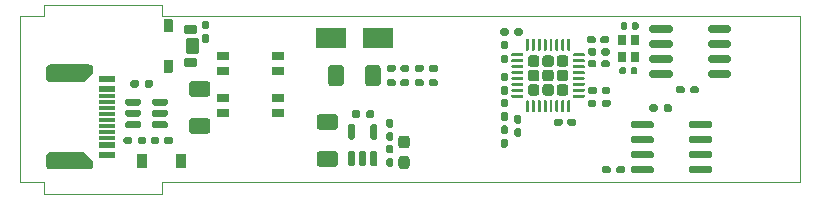
<source format=gbp>
G04 #@! TF.GenerationSoftware,KiCad,Pcbnew,6.0.10+dfsg-1~bpo11+1*
G04 #@! TF.ProjectId,project,70726f6a-6563-4742-9e6b-696361645f70,rev?*
G04 #@! TF.SameCoordinates,Original*
G04 #@! TF.FileFunction,Paste,Bot*
G04 #@! TF.FilePolarity,Positive*
%FSLAX46Y46*%
G04 Gerber Fmt 4.6, Leading zero omitted, Abs format (unit mm)*
%MOMM*%
%LPD*%
G01*
G04 APERTURE LIST*
G04 #@! TA.AperFunction,Profile*
%ADD10C,0.100000*%
G04 #@! TD*
%ADD11R,2.500000X1.800000*%
%ADD12R,0.800000X0.900000*%
%ADD13R,1.450000X0.600000*%
%ADD14R,1.450000X0.300000*%
%ADD15R,1.000000X0.800000*%
%ADD16R,0.900000X1.200000*%
G04 APERTURE END LIST*
D10*
X120262500Y-76037500D02*
X120262500Y-75037500D01*
X184262500Y-76037500D02*
X184262500Y-90037500D01*
X184262500Y-90037500D02*
X130262500Y-90037500D01*
X130262500Y-75037500D02*
X130262500Y-76037500D01*
X130262500Y-76037500D02*
X184262500Y-76037500D01*
X120262500Y-75037500D02*
X130262500Y-75037500D01*
X118262500Y-90037500D02*
X120262500Y-90037500D01*
X120262500Y-76037500D02*
X118262500Y-76037500D01*
X120262500Y-91037500D02*
X130262500Y-91037500D01*
X118262500Y-90037500D02*
X118262500Y-76037500D01*
X130262500Y-91037500D02*
X130262500Y-90037500D01*
X120262500Y-90037500D02*
X120262500Y-91037500D01*
D11*
X148562500Y-77837500D03*
X144562500Y-77837500D03*
G36*
G01*
X151707500Y-81797500D02*
X151707500Y-81477500D01*
G75*
G02*
X151867500Y-81317500I160000J0D01*
G01*
X152262500Y-81317500D01*
G75*
G02*
X152422500Y-81477500I0J-160000D01*
G01*
X152422500Y-81797500D01*
G75*
G02*
X152262500Y-81957500I-160000J0D01*
G01*
X151867500Y-81957500D01*
G75*
G02*
X151707500Y-81797500I0J160000D01*
G01*
G37*
G36*
G01*
X152902500Y-81797500D02*
X152902500Y-81477500D01*
G75*
G02*
X153062500Y-81317500I160000J0D01*
G01*
X153457500Y-81317500D01*
G75*
G02*
X153617500Y-81477500I0J-160000D01*
G01*
X153617500Y-81797500D01*
G75*
G02*
X153457500Y-81957500I-160000J0D01*
G01*
X153062500Y-81957500D01*
G75*
G02*
X152902500Y-81797500I0J160000D01*
G01*
G37*
G36*
G01*
X169102500Y-77007500D02*
X169102500Y-76667500D01*
G75*
G02*
X169242500Y-76527500I140000J0D01*
G01*
X169522500Y-76527500D01*
G75*
G02*
X169662500Y-76667500I0J-140000D01*
G01*
X169662500Y-77007500D01*
G75*
G02*
X169522500Y-77147500I-140000J0D01*
G01*
X169242500Y-77147500D01*
G75*
G02*
X169102500Y-77007500I0J140000D01*
G01*
G37*
G36*
G01*
X170062500Y-77007500D02*
X170062500Y-76667500D01*
G75*
G02*
X170202500Y-76527500I140000J0D01*
G01*
X170482500Y-76527500D01*
G75*
G02*
X170622500Y-76667500I0J-140000D01*
G01*
X170622500Y-77007500D01*
G75*
G02*
X170482500Y-77147500I-140000J0D01*
G01*
X170202500Y-77147500D01*
G75*
G02*
X170062500Y-77007500I0J140000D01*
G01*
G37*
G36*
G01*
X166327500Y-80192500D02*
X166327500Y-79882500D01*
G75*
G02*
X166482500Y-79727500I155000J0D01*
G01*
X166907500Y-79727500D01*
G75*
G02*
X167062500Y-79882500I0J-155000D01*
G01*
X167062500Y-80192500D01*
G75*
G02*
X166907500Y-80347500I-155000J0D01*
G01*
X166482500Y-80347500D01*
G75*
G02*
X166327500Y-80192500I0J155000D01*
G01*
G37*
G36*
G01*
X167462500Y-80192500D02*
X167462500Y-79882500D01*
G75*
G02*
X167617500Y-79727500I155000J0D01*
G01*
X168042500Y-79727500D01*
G75*
G02*
X168197500Y-79882500I0J-155000D01*
G01*
X168197500Y-80192500D01*
G75*
G02*
X168042500Y-80347500I-155000J0D01*
G01*
X167617500Y-80347500D01*
G75*
G02*
X167462500Y-80192500I0J155000D01*
G01*
G37*
G36*
G01*
X158907500Y-77497500D02*
X158907500Y-77177500D01*
G75*
G02*
X159067500Y-77017500I160000J0D01*
G01*
X159462500Y-77017500D01*
G75*
G02*
X159622500Y-77177500I0J-160000D01*
G01*
X159622500Y-77497500D01*
G75*
G02*
X159462500Y-77657500I-160000J0D01*
G01*
X159067500Y-77657500D01*
G75*
G02*
X158907500Y-77497500I0J160000D01*
G01*
G37*
G36*
G01*
X160102500Y-77497500D02*
X160102500Y-77177500D01*
G75*
G02*
X160262500Y-77017500I160000J0D01*
G01*
X160657500Y-77017500D01*
G75*
G02*
X160817500Y-77177500I0J-160000D01*
G01*
X160817500Y-77497500D01*
G75*
G02*
X160657500Y-77657500I-160000J0D01*
G01*
X160262500Y-77657500D01*
G75*
G02*
X160102500Y-77497500I0J160000D01*
G01*
G37*
G36*
G01*
X134112500Y-85962500D02*
X132812500Y-85962500D01*
G75*
G02*
X132562500Y-85712500I0J250000D01*
G01*
X132562500Y-84887500D01*
G75*
G02*
X132812500Y-84637500I250000J0D01*
G01*
X134112500Y-84637500D01*
G75*
G02*
X134362500Y-84887500I0J-250000D01*
G01*
X134362500Y-85712500D01*
G75*
G02*
X134112500Y-85962500I-250000J0D01*
G01*
G37*
G36*
G01*
X134112500Y-82837500D02*
X132812500Y-82837500D01*
G75*
G02*
X132562500Y-82587500I0J250000D01*
G01*
X132562500Y-81762500D01*
G75*
G02*
X132812500Y-81512500I250000J0D01*
G01*
X134112500Y-81512500D01*
G75*
G02*
X134362500Y-81762500I0J-250000D01*
G01*
X134362500Y-82587500D01*
G75*
G02*
X134112500Y-82837500I-250000J0D01*
G01*
G37*
G36*
G01*
X159417500Y-82672500D02*
X159107500Y-82672500D01*
G75*
G02*
X158952500Y-82517500I0J155000D01*
G01*
X158952500Y-82092500D01*
G75*
G02*
X159107500Y-81937500I155000J0D01*
G01*
X159417500Y-81937500D01*
G75*
G02*
X159572500Y-82092500I0J-155000D01*
G01*
X159572500Y-82517500D01*
G75*
G02*
X159417500Y-82672500I-155000J0D01*
G01*
G37*
G36*
G01*
X159417500Y-81537500D02*
X159107500Y-81537500D01*
G75*
G02*
X158952500Y-81382500I0J155000D01*
G01*
X158952500Y-80957500D01*
G75*
G02*
X159107500Y-80802500I155000J0D01*
G01*
X159417500Y-80802500D01*
G75*
G02*
X159572500Y-80957500I0J-155000D01*
G01*
X159572500Y-81382500D01*
G75*
G02*
X159417500Y-81537500I-155000J0D01*
G01*
G37*
G36*
G01*
X151197500Y-80282500D02*
X151197500Y-80592500D01*
G75*
G02*
X151042500Y-80747500I-155000J0D01*
G01*
X150617500Y-80747500D01*
G75*
G02*
X150462500Y-80592500I0J155000D01*
G01*
X150462500Y-80282500D01*
G75*
G02*
X150617500Y-80127500I155000J0D01*
G01*
X151042500Y-80127500D01*
G75*
G02*
X151197500Y-80282500I0J-155000D01*
G01*
G37*
G36*
G01*
X150062500Y-80282500D02*
X150062500Y-80592500D01*
G75*
G02*
X149907500Y-80747500I-155000J0D01*
G01*
X149482500Y-80747500D01*
G75*
G02*
X149327500Y-80592500I0J155000D01*
G01*
X149327500Y-80282500D01*
G75*
G02*
X149482500Y-80127500I155000J0D01*
G01*
X149907500Y-80127500D01*
G75*
G02*
X150062500Y-80282500I0J-155000D01*
G01*
G37*
D12*
X170312500Y-78037500D03*
X170312500Y-79437500D03*
X169212500Y-79437500D03*
X169212500Y-78037500D03*
G36*
G01*
X144912500Y-88762500D02*
X143612500Y-88762500D01*
G75*
G02*
X143362500Y-88512500I0J250000D01*
G01*
X143362500Y-87687500D01*
G75*
G02*
X143612500Y-87437500I250000J0D01*
G01*
X144912500Y-87437500D01*
G75*
G02*
X145162500Y-87687500I0J-250000D01*
G01*
X145162500Y-88512500D01*
G75*
G02*
X144912500Y-88762500I-250000J0D01*
G01*
G37*
G36*
G01*
X144912500Y-85637500D02*
X143612500Y-85637500D01*
G75*
G02*
X143362500Y-85387500I0J250000D01*
G01*
X143362500Y-84562500D01*
G75*
G02*
X143612500Y-84312500I250000J0D01*
G01*
X144912500Y-84312500D01*
G75*
G02*
X145162500Y-84562500I0J-250000D01*
G01*
X145162500Y-85387500D01*
G75*
G02*
X144912500Y-85637500I-250000J0D01*
G01*
G37*
G36*
G01*
X148255000Y-84140000D02*
X148255000Y-84460000D01*
G75*
G02*
X148095000Y-84620000I-160000J0D01*
G01*
X147700000Y-84620000D01*
G75*
G02*
X147540000Y-84460000I0J160000D01*
G01*
X147540000Y-84140000D01*
G75*
G02*
X147700000Y-83980000I160000J0D01*
G01*
X148095000Y-83980000D01*
G75*
G02*
X148255000Y-84140000I0J-160000D01*
G01*
G37*
G36*
G01*
X147060000Y-84140000D02*
X147060000Y-84460000D01*
G75*
G02*
X146900000Y-84620000I-160000J0D01*
G01*
X146505000Y-84620000D01*
G75*
G02*
X146345000Y-84460000I0J160000D01*
G01*
X146345000Y-84140000D01*
G75*
G02*
X146505000Y-83980000I160000J0D01*
G01*
X146900000Y-83980000D01*
G75*
G02*
X147060000Y-84140000I0J-160000D01*
G01*
G37*
G36*
G01*
X127162500Y-85337500D02*
X127162500Y-85037500D01*
G75*
G02*
X127312500Y-84887500I150000J0D01*
G01*
X128337500Y-84887500D01*
G75*
G02*
X128487500Y-85037500I0J-150000D01*
G01*
X128487500Y-85337500D01*
G75*
G02*
X128337500Y-85487500I-150000J0D01*
G01*
X127312500Y-85487500D01*
G75*
G02*
X127162500Y-85337500I0J150000D01*
G01*
G37*
G36*
G01*
X127162500Y-84387500D02*
X127162500Y-84087500D01*
G75*
G02*
X127312500Y-83937500I150000J0D01*
G01*
X128337500Y-83937500D01*
G75*
G02*
X128487500Y-84087500I0J-150000D01*
G01*
X128487500Y-84387500D01*
G75*
G02*
X128337500Y-84537500I-150000J0D01*
G01*
X127312500Y-84537500D01*
G75*
G02*
X127162500Y-84387500I0J150000D01*
G01*
G37*
G36*
G01*
X127162500Y-83437500D02*
X127162500Y-83137500D01*
G75*
G02*
X127312500Y-82987500I150000J0D01*
G01*
X128337500Y-82987500D01*
G75*
G02*
X128487500Y-83137500I0J-150000D01*
G01*
X128487500Y-83437500D01*
G75*
G02*
X128337500Y-83587500I-150000J0D01*
G01*
X127312500Y-83587500D01*
G75*
G02*
X127162500Y-83437500I0J150000D01*
G01*
G37*
G36*
G01*
X129437500Y-83437500D02*
X129437500Y-83137500D01*
G75*
G02*
X129587500Y-82987500I150000J0D01*
G01*
X130612500Y-82987500D01*
G75*
G02*
X130762500Y-83137500I0J-150000D01*
G01*
X130762500Y-83437500D01*
G75*
G02*
X130612500Y-83587500I-150000J0D01*
G01*
X129587500Y-83587500D01*
G75*
G02*
X129437500Y-83437500I0J150000D01*
G01*
G37*
G36*
G01*
X129437500Y-84387500D02*
X129437500Y-84087500D01*
G75*
G02*
X129587500Y-83937500I150000J0D01*
G01*
X130612500Y-83937500D01*
G75*
G02*
X130762500Y-84087500I0J-150000D01*
G01*
X130762500Y-84387500D01*
G75*
G02*
X130612500Y-84537500I-150000J0D01*
G01*
X129587500Y-84537500D01*
G75*
G02*
X129437500Y-84387500I0J150000D01*
G01*
G37*
G36*
G01*
X129437500Y-85337500D02*
X129437500Y-85037500D01*
G75*
G02*
X129587500Y-84887500I150000J0D01*
G01*
X130612500Y-84887500D01*
G75*
G02*
X130762500Y-85037500I0J-150000D01*
G01*
X130762500Y-85337500D01*
G75*
G02*
X130612500Y-85487500I-150000J0D01*
G01*
X129587500Y-85487500D01*
G75*
G02*
X129437500Y-85337500I0J150000D01*
G01*
G37*
G36*
G01*
X151707500Y-80597500D02*
X151707500Y-80277500D01*
G75*
G02*
X151867500Y-80117500I160000J0D01*
G01*
X152262500Y-80117500D01*
G75*
G02*
X152422500Y-80277500I0J-160000D01*
G01*
X152422500Y-80597500D01*
G75*
G02*
X152262500Y-80757500I-160000J0D01*
G01*
X151867500Y-80757500D01*
G75*
G02*
X151707500Y-80597500I0J160000D01*
G01*
G37*
G36*
G01*
X152902500Y-80597500D02*
X152902500Y-80277500D01*
G75*
G02*
X153062500Y-80117500I160000J0D01*
G01*
X153457500Y-80117500D01*
G75*
G02*
X153617500Y-80277500I0J-160000D01*
G01*
X153617500Y-80597500D01*
G75*
G02*
X153457500Y-80757500I-160000J0D01*
G01*
X153062500Y-80757500D01*
G75*
G02*
X152902500Y-80597500I0J160000D01*
G01*
G37*
G36*
G01*
X134117500Y-78272500D02*
X133807500Y-78272500D01*
G75*
G02*
X133652500Y-78117500I0J155000D01*
G01*
X133652500Y-77692500D01*
G75*
G02*
X133807500Y-77537500I155000J0D01*
G01*
X134117500Y-77537500D01*
G75*
G02*
X134272500Y-77692500I0J-155000D01*
G01*
X134272500Y-78117500D01*
G75*
G02*
X134117500Y-78272500I-155000J0D01*
G01*
G37*
G36*
G01*
X134117500Y-77137500D02*
X133807500Y-77137500D01*
G75*
G02*
X133652500Y-76982500I0J155000D01*
G01*
X133652500Y-76557500D01*
G75*
G02*
X133807500Y-76402500I155000J0D01*
G01*
X134117500Y-76402500D01*
G75*
G02*
X134272500Y-76557500I0J-155000D01*
G01*
X134272500Y-76982500D01*
G75*
G02*
X134117500Y-77137500I-155000J0D01*
G01*
G37*
G36*
G01*
X168235000Y-82145000D02*
X168235000Y-82455000D01*
G75*
G02*
X168080000Y-82610000I-155000J0D01*
G01*
X167655000Y-82610000D01*
G75*
G02*
X167500000Y-82455000I0J155000D01*
G01*
X167500000Y-82145000D01*
G75*
G02*
X167655000Y-81990000I155000J0D01*
G01*
X168080000Y-81990000D01*
G75*
G02*
X168235000Y-82145000I0J-155000D01*
G01*
G37*
G36*
G01*
X167100000Y-82145000D02*
X167100000Y-82455000D01*
G75*
G02*
X166945000Y-82610000I-155000J0D01*
G01*
X166520000Y-82610000D01*
G75*
G02*
X166365000Y-82455000I0J155000D01*
G01*
X166365000Y-82145000D01*
G75*
G02*
X166520000Y-81990000I155000J0D01*
G01*
X166945000Y-81990000D01*
G75*
G02*
X167100000Y-82145000I0J-155000D01*
G01*
G37*
D13*
X125582500Y-87737500D03*
X125582500Y-86937500D03*
D14*
X125582500Y-85787500D03*
X125582500Y-84787500D03*
X125582500Y-84287500D03*
X125582500Y-83287500D03*
D13*
X125582500Y-82137500D03*
X125582500Y-81337500D03*
X125582500Y-81337500D03*
X125582500Y-82137500D03*
D14*
X125582500Y-82787500D03*
X125582500Y-83787500D03*
X125582500Y-85287500D03*
X125582500Y-86287500D03*
D13*
X125582500Y-86937500D03*
X125582500Y-87737500D03*
G36*
X120837500Y-88987500D02*
G01*
X120730367Y-88971871D01*
X120619736Y-88917793D01*
X120532587Y-88830796D01*
X120478317Y-88720260D01*
X120462500Y-88612500D01*
X120462500Y-87862500D01*
X120478129Y-87755367D01*
X120532207Y-87644736D01*
X120619204Y-87557587D01*
X120729740Y-87503317D01*
X120837500Y-87487500D01*
X123712500Y-87487500D01*
X124462500Y-88237500D01*
X124462500Y-88612500D01*
X124446871Y-88719633D01*
X124392793Y-88830264D01*
X124305796Y-88917413D01*
X124195260Y-88971683D01*
X124087500Y-88987500D01*
X120837500Y-88987500D01*
G37*
G36*
X120837500Y-81587500D02*
G01*
X120730367Y-81571871D01*
X120619736Y-81517793D01*
X120532587Y-81430796D01*
X120478317Y-81320260D01*
X120462500Y-81212500D01*
X120462500Y-80462500D01*
X120478129Y-80355367D01*
X120532207Y-80244736D01*
X120619204Y-80157587D01*
X120729740Y-80103317D01*
X120837500Y-80087500D01*
X124087500Y-80087500D01*
X124194633Y-80103129D01*
X124305264Y-80157207D01*
X124392413Y-80244204D01*
X124446683Y-80354740D01*
X124462500Y-80462500D01*
X124462500Y-80837500D01*
X123712500Y-81587500D01*
X120837500Y-81587500D01*
G37*
G36*
G01*
X144337500Y-81687500D02*
X144337500Y-80387500D01*
G75*
G02*
X144587500Y-80137500I250000J0D01*
G01*
X145412500Y-80137500D01*
G75*
G02*
X145662500Y-80387500I0J-250000D01*
G01*
X145662500Y-81687500D01*
G75*
G02*
X145412500Y-81937500I-250000J0D01*
G01*
X144587500Y-81937500D01*
G75*
G02*
X144337500Y-81687500I0J250000D01*
G01*
G37*
G36*
G01*
X147462500Y-81687500D02*
X147462500Y-80387500D01*
G75*
G02*
X147712500Y-80137500I250000J0D01*
G01*
X148537500Y-80137500D01*
G75*
G02*
X148787500Y-80387500I0J-250000D01*
G01*
X148787500Y-81687500D01*
G75*
G02*
X148537500Y-81937500I-250000J0D01*
G01*
X147712500Y-81937500D01*
G75*
G02*
X147462500Y-81687500I0J250000D01*
G01*
G37*
G36*
G01*
X151197500Y-81482500D02*
X151197500Y-81792500D01*
G75*
G02*
X151042500Y-81947500I-155000J0D01*
G01*
X150617500Y-81947500D01*
G75*
G02*
X150462500Y-81792500I0J155000D01*
G01*
X150462500Y-81482500D01*
G75*
G02*
X150617500Y-81327500I155000J0D01*
G01*
X151042500Y-81327500D01*
G75*
G02*
X151197500Y-81482500I0J-155000D01*
G01*
G37*
G36*
G01*
X150062500Y-81482500D02*
X150062500Y-81792500D01*
G75*
G02*
X149907500Y-81947500I-155000J0D01*
G01*
X149482500Y-81947500D01*
G75*
G02*
X149327500Y-81792500I0J155000D01*
G01*
X149327500Y-81482500D01*
G75*
G02*
X149482500Y-81327500I155000J0D01*
G01*
X149907500Y-81327500D01*
G75*
G02*
X150062500Y-81482500I0J-155000D01*
G01*
G37*
G36*
G01*
X160555000Y-86235000D02*
X160245000Y-86235000D01*
G75*
G02*
X160090000Y-86080000I0J155000D01*
G01*
X160090000Y-85655000D01*
G75*
G02*
X160245000Y-85500000I155000J0D01*
G01*
X160555000Y-85500000D01*
G75*
G02*
X160710000Y-85655000I0J-155000D01*
G01*
X160710000Y-86080000D01*
G75*
G02*
X160555000Y-86235000I-155000J0D01*
G01*
G37*
G36*
G01*
X160555000Y-85100000D02*
X160245000Y-85100000D01*
G75*
G02*
X160090000Y-84945000I0J155000D01*
G01*
X160090000Y-84520000D01*
G75*
G02*
X160245000Y-84365000I155000J0D01*
G01*
X160555000Y-84365000D01*
G75*
G02*
X160710000Y-84520000I0J-155000D01*
G01*
X160710000Y-84945000D01*
G75*
G02*
X160555000Y-85100000I-155000J0D01*
G01*
G37*
G36*
G01*
X173807500Y-82397500D02*
X173807500Y-82077500D01*
G75*
G02*
X173967500Y-81917500I160000J0D01*
G01*
X174362500Y-81917500D01*
G75*
G02*
X174522500Y-82077500I0J-160000D01*
G01*
X174522500Y-82397500D01*
G75*
G02*
X174362500Y-82557500I-160000J0D01*
G01*
X173967500Y-82557500D01*
G75*
G02*
X173807500Y-82397500I0J160000D01*
G01*
G37*
G36*
G01*
X175002500Y-82397500D02*
X175002500Y-82077500D01*
G75*
G02*
X175162500Y-81917500I160000J0D01*
G01*
X175557500Y-81917500D01*
G75*
G02*
X175717500Y-82077500I0J-160000D01*
G01*
X175717500Y-82397500D01*
G75*
G02*
X175557500Y-82557500I-160000J0D01*
G01*
X175162500Y-82557500D01*
G75*
G02*
X175002500Y-82397500I0J160000D01*
G01*
G37*
G36*
G01*
X151000000Y-88937500D02*
X150525000Y-88937500D01*
G75*
G02*
X150287500Y-88700000I0J237500D01*
G01*
X150287500Y-88100000D01*
G75*
G02*
X150525000Y-87862500I237500J0D01*
G01*
X151000000Y-87862500D01*
G75*
G02*
X151237500Y-88100000I0J-237500D01*
G01*
X151237500Y-88700000D01*
G75*
G02*
X151000000Y-88937500I-237500J0D01*
G01*
G37*
G36*
G01*
X151000000Y-87212500D02*
X150525000Y-87212500D01*
G75*
G02*
X150287500Y-86975000I0J237500D01*
G01*
X150287500Y-86375000D01*
G75*
G02*
X150525000Y-86137500I237500J0D01*
G01*
X151000000Y-86137500D01*
G75*
G02*
X151237500Y-86375000I0J-237500D01*
G01*
X151237500Y-86975000D01*
G75*
G02*
X151000000Y-87212500I-237500J0D01*
G01*
G37*
G36*
G01*
X168255000Y-83240000D02*
X168255000Y-83560000D01*
G75*
G02*
X168095000Y-83720000I-160000J0D01*
G01*
X167700000Y-83720000D01*
G75*
G02*
X167540000Y-83560000I0J160000D01*
G01*
X167540000Y-83240000D01*
G75*
G02*
X167700000Y-83080000I160000J0D01*
G01*
X168095000Y-83080000D01*
G75*
G02*
X168255000Y-83240000I0J-160000D01*
G01*
G37*
G36*
G01*
X167060000Y-83240000D02*
X167060000Y-83560000D01*
G75*
G02*
X166900000Y-83720000I-160000J0D01*
G01*
X166505000Y-83720000D01*
G75*
G02*
X166345000Y-83560000I0J160000D01*
G01*
X166345000Y-83240000D01*
G75*
G02*
X166505000Y-83080000I160000J0D01*
G01*
X166900000Y-83080000D01*
G75*
G02*
X167060000Y-83240000I0J-160000D01*
G01*
G37*
G36*
G01*
X166327500Y-79192500D02*
X166327500Y-78882500D01*
G75*
G02*
X166482500Y-78727500I155000J0D01*
G01*
X166907500Y-78727500D01*
G75*
G02*
X167062500Y-78882500I0J-155000D01*
G01*
X167062500Y-79192500D01*
G75*
G02*
X166907500Y-79347500I-155000J0D01*
G01*
X166482500Y-79347500D01*
G75*
G02*
X166327500Y-79192500I0J155000D01*
G01*
G37*
G36*
G01*
X167462500Y-79192500D02*
X167462500Y-78882500D01*
G75*
G02*
X167617500Y-78727500I155000J0D01*
G01*
X168042500Y-78727500D01*
G75*
G02*
X168197500Y-78882500I0J-155000D01*
G01*
X168197500Y-79192500D01*
G75*
G02*
X168042500Y-79347500I-155000J0D01*
G01*
X167617500Y-79347500D01*
G75*
G02*
X167462500Y-79192500I0J155000D01*
G01*
G37*
D15*
X140062500Y-79402500D03*
X140062500Y-80672500D03*
X135462500Y-80672500D03*
X135462500Y-79402500D03*
X140062500Y-82902500D03*
X140062500Y-84172500D03*
X135462500Y-84172500D03*
X135462500Y-82902500D03*
G36*
G01*
X159417500Y-87135000D02*
X159107500Y-87135000D01*
G75*
G02*
X158952500Y-86980000I0J155000D01*
G01*
X158952500Y-86555000D01*
G75*
G02*
X159107500Y-86400000I155000J0D01*
G01*
X159417500Y-86400000D01*
G75*
G02*
X159572500Y-86555000I0J-155000D01*
G01*
X159572500Y-86980000D01*
G75*
G02*
X159417500Y-87135000I-155000J0D01*
G01*
G37*
G36*
G01*
X159417500Y-86000000D02*
X159107500Y-86000000D01*
G75*
G02*
X158952500Y-85845000I0J155000D01*
G01*
X158952500Y-85420000D01*
G75*
G02*
X159107500Y-85265000I155000J0D01*
G01*
X159417500Y-85265000D01*
G75*
G02*
X159572500Y-85420000I0J-155000D01*
G01*
X159572500Y-85845000D01*
G75*
G02*
X159417500Y-86000000I-155000J0D01*
G01*
G37*
G36*
G01*
X169455000Y-88840000D02*
X169455000Y-89160000D01*
G75*
G02*
X169295000Y-89320000I-160000J0D01*
G01*
X168900000Y-89320000D01*
G75*
G02*
X168740000Y-89160000I0J160000D01*
G01*
X168740000Y-88840000D01*
G75*
G02*
X168900000Y-88680000I160000J0D01*
G01*
X169295000Y-88680000D01*
G75*
G02*
X169455000Y-88840000I0J-160000D01*
G01*
G37*
G36*
G01*
X168260000Y-88840000D02*
X168260000Y-89160000D01*
G75*
G02*
X168100000Y-89320000I-160000J0D01*
G01*
X167705000Y-89320000D01*
G75*
G02*
X167545000Y-89160000I0J160000D01*
G01*
X167545000Y-88840000D01*
G75*
G02*
X167705000Y-88680000I160000J0D01*
G01*
X168100000Y-88680000D01*
G75*
G02*
X168260000Y-88840000I0J-160000D01*
G01*
G37*
G36*
G01*
X163465000Y-85155000D02*
X163465000Y-84845000D01*
G75*
G02*
X163620000Y-84690000I155000J0D01*
G01*
X164045000Y-84690000D01*
G75*
G02*
X164200000Y-84845000I0J-155000D01*
G01*
X164200000Y-85155000D01*
G75*
G02*
X164045000Y-85310000I-155000J0D01*
G01*
X163620000Y-85310000D01*
G75*
G02*
X163465000Y-85155000I0J155000D01*
G01*
G37*
G36*
G01*
X164600000Y-85155000D02*
X164600000Y-84845000D01*
G75*
G02*
X164755000Y-84690000I155000J0D01*
G01*
X165180000Y-84690000D01*
G75*
G02*
X165335000Y-84845000I0J-155000D01*
G01*
X165335000Y-85155000D01*
G75*
G02*
X165180000Y-85310000I-155000J0D01*
G01*
X164755000Y-85310000D01*
G75*
G02*
X164600000Y-85155000I0J155000D01*
G01*
G37*
G36*
G01*
X159422500Y-79992500D02*
X159102500Y-79992500D01*
G75*
G02*
X158942500Y-79832500I0J160000D01*
G01*
X158942500Y-79437500D01*
G75*
G02*
X159102500Y-79277500I160000J0D01*
G01*
X159422500Y-79277500D01*
G75*
G02*
X159582500Y-79437500I0J-160000D01*
G01*
X159582500Y-79832500D01*
G75*
G02*
X159422500Y-79992500I-160000J0D01*
G01*
G37*
G36*
G01*
X159422500Y-78797500D02*
X159102500Y-78797500D01*
G75*
G02*
X158942500Y-78637500I0J160000D01*
G01*
X158942500Y-78242500D01*
G75*
G02*
X159102500Y-78082500I160000J0D01*
G01*
X159422500Y-78082500D01*
G75*
G02*
X159582500Y-78242500I0J-160000D01*
G01*
X159582500Y-78637500D01*
G75*
G02*
X159422500Y-78797500I-160000J0D01*
G01*
G37*
G36*
G01*
X171550000Y-81055000D02*
X171550000Y-80755000D01*
G75*
G02*
X171700000Y-80605000I150000J0D01*
G01*
X173350000Y-80605000D01*
G75*
G02*
X173500000Y-80755000I0J-150000D01*
G01*
X173500000Y-81055000D01*
G75*
G02*
X173350000Y-81205000I-150000J0D01*
G01*
X171700000Y-81205000D01*
G75*
G02*
X171550000Y-81055000I0J150000D01*
G01*
G37*
G36*
G01*
X171550000Y-79785000D02*
X171550000Y-79485000D01*
G75*
G02*
X171700000Y-79335000I150000J0D01*
G01*
X173350000Y-79335000D01*
G75*
G02*
X173500000Y-79485000I0J-150000D01*
G01*
X173500000Y-79785000D01*
G75*
G02*
X173350000Y-79935000I-150000J0D01*
G01*
X171700000Y-79935000D01*
G75*
G02*
X171550000Y-79785000I0J150000D01*
G01*
G37*
G36*
G01*
X171550000Y-78515000D02*
X171550000Y-78215000D01*
G75*
G02*
X171700000Y-78065000I150000J0D01*
G01*
X173350000Y-78065000D01*
G75*
G02*
X173500000Y-78215000I0J-150000D01*
G01*
X173500000Y-78515000D01*
G75*
G02*
X173350000Y-78665000I-150000J0D01*
G01*
X171700000Y-78665000D01*
G75*
G02*
X171550000Y-78515000I0J150000D01*
G01*
G37*
G36*
G01*
X171550000Y-77245000D02*
X171550000Y-76945000D01*
G75*
G02*
X171700000Y-76795000I150000J0D01*
G01*
X173350000Y-76795000D01*
G75*
G02*
X173500000Y-76945000I0J-150000D01*
G01*
X173500000Y-77245000D01*
G75*
G02*
X173350000Y-77395000I-150000J0D01*
G01*
X171700000Y-77395000D01*
G75*
G02*
X171550000Y-77245000I0J150000D01*
G01*
G37*
G36*
G01*
X176500000Y-77245000D02*
X176500000Y-76945000D01*
G75*
G02*
X176650000Y-76795000I150000J0D01*
G01*
X178300000Y-76795000D01*
G75*
G02*
X178450000Y-76945000I0J-150000D01*
G01*
X178450000Y-77245000D01*
G75*
G02*
X178300000Y-77395000I-150000J0D01*
G01*
X176650000Y-77395000D01*
G75*
G02*
X176500000Y-77245000I0J150000D01*
G01*
G37*
G36*
G01*
X176500000Y-78515000D02*
X176500000Y-78215000D01*
G75*
G02*
X176650000Y-78065000I150000J0D01*
G01*
X178300000Y-78065000D01*
G75*
G02*
X178450000Y-78215000I0J-150000D01*
G01*
X178450000Y-78515000D01*
G75*
G02*
X178300000Y-78665000I-150000J0D01*
G01*
X176650000Y-78665000D01*
G75*
G02*
X176500000Y-78515000I0J150000D01*
G01*
G37*
G36*
G01*
X176500000Y-79785000D02*
X176500000Y-79485000D01*
G75*
G02*
X176650000Y-79335000I150000J0D01*
G01*
X178300000Y-79335000D01*
G75*
G02*
X178450000Y-79485000I0J-150000D01*
G01*
X178450000Y-79785000D01*
G75*
G02*
X178300000Y-79935000I-150000J0D01*
G01*
X176650000Y-79935000D01*
G75*
G02*
X176500000Y-79785000I0J150000D01*
G01*
G37*
G36*
G01*
X176500000Y-81055000D02*
X176500000Y-80755000D01*
G75*
G02*
X176650000Y-80605000I150000J0D01*
G01*
X178300000Y-80605000D01*
G75*
G02*
X178450000Y-80755000I0J-150000D01*
G01*
X178450000Y-81055000D01*
G75*
G02*
X178300000Y-81205000I-150000J0D01*
G01*
X176650000Y-81205000D01*
G75*
G02*
X176500000Y-81055000I0J150000D01*
G01*
G37*
G36*
G01*
X132267500Y-79587500D02*
X133157500Y-79587500D01*
G75*
G02*
X133262500Y-79692500I0J-105000D01*
G01*
X133262500Y-80182500D01*
G75*
G02*
X133157500Y-80287500I-105000J0D01*
G01*
X132267500Y-80287500D01*
G75*
G02*
X132162500Y-80182500I0J105000D01*
G01*
X132162500Y-79692500D01*
G75*
G02*
X132267500Y-79587500I105000J0D01*
G01*
G37*
G36*
G01*
X132267500Y-76787500D02*
X133157500Y-76787500D01*
G75*
G02*
X133262500Y-76892500I0J-105000D01*
G01*
X133262500Y-77382500D01*
G75*
G02*
X133157500Y-77487500I-105000J0D01*
G01*
X132267500Y-77487500D01*
G75*
G02*
X132162500Y-77382500I0J105000D01*
G01*
X132162500Y-76892500D01*
G75*
G02*
X132267500Y-76787500I105000J0D01*
G01*
G37*
G36*
G01*
X130532500Y-76237500D02*
X131092500Y-76237500D01*
G75*
G02*
X131212500Y-76357500I0J-120000D01*
G01*
X131212500Y-77267500D01*
G75*
G02*
X131092500Y-77387500I-120000J0D01*
G01*
X130532500Y-77387500D01*
G75*
G02*
X130412500Y-77267500I0J120000D01*
G01*
X130412500Y-76357500D01*
G75*
G02*
X130532500Y-76237500I120000J0D01*
G01*
G37*
G36*
G01*
X130532500Y-79687500D02*
X131092500Y-79687500D01*
G75*
G02*
X131212500Y-79807500I0J-120000D01*
G01*
X131212500Y-80717500D01*
G75*
G02*
X131092500Y-80837500I-120000J0D01*
G01*
X130532500Y-80837500D01*
G75*
G02*
X130412500Y-80717500I0J120000D01*
G01*
X130412500Y-79807500D01*
G75*
G02*
X130532500Y-79687500I120000J0D01*
G01*
G37*
G36*
G01*
X132477500Y-77837500D02*
X133247500Y-77837500D01*
G75*
G02*
X133412500Y-78002500I0J-165000D01*
G01*
X133412500Y-79072500D01*
G75*
G02*
X133247500Y-79237500I-165000J0D01*
G01*
X132477500Y-79237500D01*
G75*
G02*
X132312500Y-79072500I0J165000D01*
G01*
X132312500Y-78002500D01*
G75*
G02*
X132477500Y-77837500I165000J0D01*
G01*
G37*
G36*
G01*
X131197500Y-86382500D02*
X131197500Y-86692500D01*
G75*
G02*
X131042500Y-86847500I-155000J0D01*
G01*
X130617500Y-86847500D01*
G75*
G02*
X130462500Y-86692500I0J155000D01*
G01*
X130462500Y-86382500D01*
G75*
G02*
X130617500Y-86227500I155000J0D01*
G01*
X131042500Y-86227500D01*
G75*
G02*
X131197500Y-86382500I0J-155000D01*
G01*
G37*
G36*
G01*
X130062500Y-86382500D02*
X130062500Y-86692500D01*
G75*
G02*
X129907500Y-86847500I-155000J0D01*
G01*
X129482500Y-86847500D01*
G75*
G02*
X129327500Y-86692500I0J155000D01*
G01*
X129327500Y-86382500D01*
G75*
G02*
X129482500Y-86227500I155000J0D01*
G01*
X129907500Y-86227500D01*
G75*
G02*
X130062500Y-86382500I0J-155000D01*
G01*
G37*
D16*
X131912500Y-88237500D03*
X128612500Y-88237500D03*
G36*
G01*
X168135000Y-77845000D02*
X168135000Y-78155000D01*
G75*
G02*
X167980000Y-78310000I-155000J0D01*
G01*
X167555000Y-78310000D01*
G75*
G02*
X167400000Y-78155000I0J155000D01*
G01*
X167400000Y-77845000D01*
G75*
G02*
X167555000Y-77690000I155000J0D01*
G01*
X167980000Y-77690000D01*
G75*
G02*
X168135000Y-77845000I0J-155000D01*
G01*
G37*
G36*
G01*
X167000000Y-77845000D02*
X167000000Y-78155000D01*
G75*
G02*
X166845000Y-78310000I-155000J0D01*
G01*
X166420000Y-78310000D01*
G75*
G02*
X166265000Y-78155000I0J155000D01*
G01*
X166265000Y-77845000D01*
G75*
G02*
X166420000Y-77690000I155000J0D01*
G01*
X166845000Y-77690000D01*
G75*
G02*
X167000000Y-77845000I0J-155000D01*
G01*
G37*
G36*
G01*
X169950000Y-89155000D02*
X169950000Y-88855000D01*
G75*
G02*
X170100000Y-88705000I150000J0D01*
G01*
X171750000Y-88705000D01*
G75*
G02*
X171900000Y-88855000I0J-150000D01*
G01*
X171900000Y-89155000D01*
G75*
G02*
X171750000Y-89305000I-150000J0D01*
G01*
X170100000Y-89305000D01*
G75*
G02*
X169950000Y-89155000I0J150000D01*
G01*
G37*
G36*
G01*
X169950000Y-87885000D02*
X169950000Y-87585000D01*
G75*
G02*
X170100000Y-87435000I150000J0D01*
G01*
X171750000Y-87435000D01*
G75*
G02*
X171900000Y-87585000I0J-150000D01*
G01*
X171900000Y-87885000D01*
G75*
G02*
X171750000Y-88035000I-150000J0D01*
G01*
X170100000Y-88035000D01*
G75*
G02*
X169950000Y-87885000I0J150000D01*
G01*
G37*
G36*
G01*
X169950000Y-86615000D02*
X169950000Y-86315000D01*
G75*
G02*
X170100000Y-86165000I150000J0D01*
G01*
X171750000Y-86165000D01*
G75*
G02*
X171900000Y-86315000I0J-150000D01*
G01*
X171900000Y-86615000D01*
G75*
G02*
X171750000Y-86765000I-150000J0D01*
G01*
X170100000Y-86765000D01*
G75*
G02*
X169950000Y-86615000I0J150000D01*
G01*
G37*
G36*
G01*
X169950000Y-85345000D02*
X169950000Y-85045000D01*
G75*
G02*
X170100000Y-84895000I150000J0D01*
G01*
X171750000Y-84895000D01*
G75*
G02*
X171900000Y-85045000I0J-150000D01*
G01*
X171900000Y-85345000D01*
G75*
G02*
X171750000Y-85495000I-150000J0D01*
G01*
X170100000Y-85495000D01*
G75*
G02*
X169950000Y-85345000I0J150000D01*
G01*
G37*
G36*
G01*
X174900000Y-85345000D02*
X174900000Y-85045000D01*
G75*
G02*
X175050000Y-84895000I150000J0D01*
G01*
X176700000Y-84895000D01*
G75*
G02*
X176850000Y-85045000I0J-150000D01*
G01*
X176850000Y-85345000D01*
G75*
G02*
X176700000Y-85495000I-150000J0D01*
G01*
X175050000Y-85495000D01*
G75*
G02*
X174900000Y-85345000I0J150000D01*
G01*
G37*
G36*
G01*
X174900000Y-86615000D02*
X174900000Y-86315000D01*
G75*
G02*
X175050000Y-86165000I150000J0D01*
G01*
X176700000Y-86165000D01*
G75*
G02*
X176850000Y-86315000I0J-150000D01*
G01*
X176850000Y-86615000D01*
G75*
G02*
X176700000Y-86765000I-150000J0D01*
G01*
X175050000Y-86765000D01*
G75*
G02*
X174900000Y-86615000I0J150000D01*
G01*
G37*
G36*
G01*
X174900000Y-87885000D02*
X174900000Y-87585000D01*
G75*
G02*
X175050000Y-87435000I150000J0D01*
G01*
X176700000Y-87435000D01*
G75*
G02*
X176850000Y-87585000I0J-150000D01*
G01*
X176850000Y-87885000D01*
G75*
G02*
X176700000Y-88035000I-150000J0D01*
G01*
X175050000Y-88035000D01*
G75*
G02*
X174900000Y-87885000I0J150000D01*
G01*
G37*
G36*
G01*
X174900000Y-89155000D02*
X174900000Y-88855000D01*
G75*
G02*
X175050000Y-88705000I150000J0D01*
G01*
X176700000Y-88705000D01*
G75*
G02*
X176850000Y-88855000I0J-150000D01*
G01*
X176850000Y-89155000D01*
G75*
G02*
X176700000Y-89305000I-150000J0D01*
G01*
X175050000Y-89305000D01*
G75*
G02*
X174900000Y-89155000I0J150000D01*
G01*
G37*
G36*
G01*
X162232500Y-79572493D02*
X162232500Y-80062493D01*
G75*
G02*
X161987500Y-80307493I-245000J0D01*
G01*
X161497500Y-80307493D01*
G75*
G02*
X161252500Y-80062493I0J245000D01*
G01*
X161252500Y-79572493D01*
G75*
G02*
X161497500Y-79327493I245000J0D01*
G01*
X161987500Y-79327493D01*
G75*
G02*
X162232500Y-79572493I0J-245000D01*
G01*
G37*
G36*
G01*
X164672500Y-79572493D02*
X164672500Y-80062493D01*
G75*
G02*
X164427500Y-80307493I-245000J0D01*
G01*
X163937500Y-80307493D01*
G75*
G02*
X163692500Y-80062493I0J245000D01*
G01*
X163692500Y-79572493D01*
G75*
G02*
X163937500Y-79327493I245000J0D01*
G01*
X164427500Y-79327493D01*
G75*
G02*
X164672500Y-79572493I0J-245000D01*
G01*
G37*
G36*
G01*
X164672500Y-80792493D02*
X164672500Y-81282493D01*
G75*
G02*
X164427500Y-81527493I-245000J0D01*
G01*
X163937500Y-81527493D01*
G75*
G02*
X163692500Y-81282493I0J245000D01*
G01*
X163692500Y-80792493D01*
G75*
G02*
X163937500Y-80547493I245000J0D01*
G01*
X164427500Y-80547493D01*
G75*
G02*
X164672500Y-80792493I0J-245000D01*
G01*
G37*
G36*
G01*
X163452500Y-79572493D02*
X163452500Y-80062493D01*
G75*
G02*
X163207500Y-80307493I-245000J0D01*
G01*
X162717500Y-80307493D01*
G75*
G02*
X162472500Y-80062493I0J245000D01*
G01*
X162472500Y-79572493D01*
G75*
G02*
X162717500Y-79327493I245000J0D01*
G01*
X163207500Y-79327493D01*
G75*
G02*
X163452500Y-79572493I0J-245000D01*
G01*
G37*
G36*
G01*
X164672500Y-82012493D02*
X164672500Y-82502493D01*
G75*
G02*
X164427500Y-82747493I-245000J0D01*
G01*
X163937500Y-82747493D01*
G75*
G02*
X163692500Y-82502493I0J245000D01*
G01*
X163692500Y-82012493D01*
G75*
G02*
X163937500Y-81767493I245000J0D01*
G01*
X164427500Y-81767493D01*
G75*
G02*
X164672500Y-82012493I0J-245000D01*
G01*
G37*
G36*
G01*
X163452500Y-82012493D02*
X163452500Y-82502493D01*
G75*
G02*
X163207500Y-82747493I-245000J0D01*
G01*
X162717500Y-82747493D01*
G75*
G02*
X162472500Y-82502493I0J245000D01*
G01*
X162472500Y-82012493D01*
G75*
G02*
X162717500Y-81767493I245000J0D01*
G01*
X163207500Y-81767493D01*
G75*
G02*
X163452500Y-82012493I0J-245000D01*
G01*
G37*
G36*
G01*
X162232500Y-80792493D02*
X162232500Y-81282493D01*
G75*
G02*
X161987500Y-81527493I-245000J0D01*
G01*
X161497500Y-81527493D01*
G75*
G02*
X161252500Y-81282493I0J245000D01*
G01*
X161252500Y-80792493D01*
G75*
G02*
X161497500Y-80547493I245000J0D01*
G01*
X161987500Y-80547493D01*
G75*
G02*
X162232500Y-80792493I0J-245000D01*
G01*
G37*
G36*
G01*
X162232500Y-82012493D02*
X162232500Y-82502493D01*
G75*
G02*
X161987500Y-82747493I-245000J0D01*
G01*
X161497500Y-82747493D01*
G75*
G02*
X161252500Y-82502493I0J245000D01*
G01*
X161252500Y-82012493D01*
G75*
G02*
X161497500Y-81767493I245000J0D01*
G01*
X161987500Y-81767493D01*
G75*
G02*
X162232500Y-82012493I0J-245000D01*
G01*
G37*
G36*
G01*
X163452500Y-80792493D02*
X163452500Y-81282493D01*
G75*
G02*
X163207500Y-81527493I-245000J0D01*
G01*
X162717500Y-81527493D01*
G75*
G02*
X162472500Y-81282493I0J245000D01*
G01*
X162472500Y-80792493D01*
G75*
G02*
X162717500Y-80547493I245000J0D01*
G01*
X163207500Y-80547493D01*
G75*
G02*
X163452500Y-80792493I0J-245000D01*
G01*
G37*
G36*
G01*
X166062500Y-79224993D02*
X166062500Y-79349993D01*
G75*
G02*
X166000000Y-79412493I-62500J0D01*
G01*
X165125000Y-79412493D01*
G75*
G02*
X165062500Y-79349993I0J62500D01*
G01*
X165062500Y-79224993D01*
G75*
G02*
X165125000Y-79162493I62500J0D01*
G01*
X166000000Y-79162493D01*
G75*
G02*
X166062500Y-79224993I0J-62500D01*
G01*
G37*
G36*
G01*
X166062500Y-79724993D02*
X166062500Y-79849993D01*
G75*
G02*
X166000000Y-79912493I-62500J0D01*
G01*
X165125000Y-79912493D01*
G75*
G02*
X165062500Y-79849993I0J62500D01*
G01*
X165062500Y-79724993D01*
G75*
G02*
X165125000Y-79662493I62500J0D01*
G01*
X166000000Y-79662493D01*
G75*
G02*
X166062500Y-79724993I0J-62500D01*
G01*
G37*
G36*
G01*
X166062500Y-80224993D02*
X166062500Y-80349993D01*
G75*
G02*
X166000000Y-80412493I-62500J0D01*
G01*
X165125000Y-80412493D01*
G75*
G02*
X165062500Y-80349993I0J62500D01*
G01*
X165062500Y-80224993D01*
G75*
G02*
X165125000Y-80162493I62500J0D01*
G01*
X166000000Y-80162493D01*
G75*
G02*
X166062500Y-80224993I0J-62500D01*
G01*
G37*
G36*
G01*
X166062500Y-80724993D02*
X166062500Y-80849993D01*
G75*
G02*
X166000000Y-80912493I-62500J0D01*
G01*
X165125000Y-80912493D01*
G75*
G02*
X165062500Y-80849993I0J62500D01*
G01*
X165062500Y-80724993D01*
G75*
G02*
X165125000Y-80662493I62500J0D01*
G01*
X166000000Y-80662493D01*
G75*
G02*
X166062500Y-80724993I0J-62500D01*
G01*
G37*
G36*
G01*
X166062500Y-81224993D02*
X166062500Y-81349993D01*
G75*
G02*
X166000000Y-81412493I-62500J0D01*
G01*
X165125000Y-81412493D01*
G75*
G02*
X165062500Y-81349993I0J62500D01*
G01*
X165062500Y-81224993D01*
G75*
G02*
X165125000Y-81162493I62500J0D01*
G01*
X166000000Y-81162493D01*
G75*
G02*
X166062500Y-81224993I0J-62500D01*
G01*
G37*
G36*
G01*
X166062500Y-81724993D02*
X166062500Y-81849993D01*
G75*
G02*
X166000000Y-81912493I-62500J0D01*
G01*
X165125000Y-81912493D01*
G75*
G02*
X165062500Y-81849993I0J62500D01*
G01*
X165062500Y-81724993D01*
G75*
G02*
X165125000Y-81662493I62500J0D01*
G01*
X166000000Y-81662493D01*
G75*
G02*
X166062500Y-81724993I0J-62500D01*
G01*
G37*
G36*
G01*
X166062500Y-82224993D02*
X166062500Y-82349993D01*
G75*
G02*
X166000000Y-82412493I-62500J0D01*
G01*
X165125000Y-82412493D01*
G75*
G02*
X165062500Y-82349993I0J62500D01*
G01*
X165062500Y-82224993D01*
G75*
G02*
X165125000Y-82162493I62500J0D01*
G01*
X166000000Y-82162493D01*
G75*
G02*
X166062500Y-82224993I0J-62500D01*
G01*
G37*
G36*
G01*
X166062500Y-82724993D02*
X166062500Y-82849993D01*
G75*
G02*
X166000000Y-82912493I-62500J0D01*
G01*
X165125000Y-82912493D01*
G75*
G02*
X165062500Y-82849993I0J62500D01*
G01*
X165062500Y-82724993D01*
G75*
G02*
X165125000Y-82662493I62500J0D01*
G01*
X166000000Y-82662493D01*
G75*
G02*
X166062500Y-82724993I0J-62500D01*
G01*
G37*
G36*
G01*
X164837500Y-83199993D02*
X164837500Y-84074993D01*
G75*
G02*
X164775000Y-84137493I-62500J0D01*
G01*
X164650000Y-84137493D01*
G75*
G02*
X164587500Y-84074993I0J62500D01*
G01*
X164587500Y-83199993D01*
G75*
G02*
X164650000Y-83137493I62500J0D01*
G01*
X164775000Y-83137493D01*
G75*
G02*
X164837500Y-83199993I0J-62500D01*
G01*
G37*
G36*
G01*
X164337500Y-83199993D02*
X164337500Y-84074993D01*
G75*
G02*
X164275000Y-84137493I-62500J0D01*
G01*
X164150000Y-84137493D01*
G75*
G02*
X164087500Y-84074993I0J62500D01*
G01*
X164087500Y-83199993D01*
G75*
G02*
X164150000Y-83137493I62500J0D01*
G01*
X164275000Y-83137493D01*
G75*
G02*
X164337500Y-83199993I0J-62500D01*
G01*
G37*
G36*
G01*
X163837500Y-83199993D02*
X163837500Y-84074993D01*
G75*
G02*
X163775000Y-84137493I-62500J0D01*
G01*
X163650000Y-84137493D01*
G75*
G02*
X163587500Y-84074993I0J62500D01*
G01*
X163587500Y-83199993D01*
G75*
G02*
X163650000Y-83137493I62500J0D01*
G01*
X163775000Y-83137493D01*
G75*
G02*
X163837500Y-83199993I0J-62500D01*
G01*
G37*
G36*
G01*
X163337500Y-83199993D02*
X163337500Y-84074993D01*
G75*
G02*
X163275000Y-84137493I-62500J0D01*
G01*
X163150000Y-84137493D01*
G75*
G02*
X163087500Y-84074993I0J62500D01*
G01*
X163087500Y-83199993D01*
G75*
G02*
X163150000Y-83137493I62500J0D01*
G01*
X163275000Y-83137493D01*
G75*
G02*
X163337500Y-83199993I0J-62500D01*
G01*
G37*
G36*
G01*
X162837500Y-83199993D02*
X162837500Y-84074993D01*
G75*
G02*
X162775000Y-84137493I-62500J0D01*
G01*
X162650000Y-84137493D01*
G75*
G02*
X162587500Y-84074993I0J62500D01*
G01*
X162587500Y-83199993D01*
G75*
G02*
X162650000Y-83137493I62500J0D01*
G01*
X162775000Y-83137493D01*
G75*
G02*
X162837500Y-83199993I0J-62500D01*
G01*
G37*
G36*
G01*
X162337500Y-83199993D02*
X162337500Y-84074993D01*
G75*
G02*
X162275000Y-84137493I-62500J0D01*
G01*
X162150000Y-84137493D01*
G75*
G02*
X162087500Y-84074993I0J62500D01*
G01*
X162087500Y-83199993D01*
G75*
G02*
X162150000Y-83137493I62500J0D01*
G01*
X162275000Y-83137493D01*
G75*
G02*
X162337500Y-83199993I0J-62500D01*
G01*
G37*
G36*
G01*
X161837500Y-83199993D02*
X161837500Y-84074993D01*
G75*
G02*
X161775000Y-84137493I-62500J0D01*
G01*
X161650000Y-84137493D01*
G75*
G02*
X161587500Y-84074993I0J62500D01*
G01*
X161587500Y-83199993D01*
G75*
G02*
X161650000Y-83137493I62500J0D01*
G01*
X161775000Y-83137493D01*
G75*
G02*
X161837500Y-83199993I0J-62500D01*
G01*
G37*
G36*
G01*
X161337500Y-83199993D02*
X161337500Y-84074993D01*
G75*
G02*
X161275000Y-84137493I-62500J0D01*
G01*
X161150000Y-84137493D01*
G75*
G02*
X161087500Y-84074993I0J62500D01*
G01*
X161087500Y-83199993D01*
G75*
G02*
X161150000Y-83137493I62500J0D01*
G01*
X161275000Y-83137493D01*
G75*
G02*
X161337500Y-83199993I0J-62500D01*
G01*
G37*
G36*
G01*
X160862500Y-82724993D02*
X160862500Y-82849993D01*
G75*
G02*
X160800000Y-82912493I-62500J0D01*
G01*
X159925000Y-82912493D01*
G75*
G02*
X159862500Y-82849993I0J62500D01*
G01*
X159862500Y-82724993D01*
G75*
G02*
X159925000Y-82662493I62500J0D01*
G01*
X160800000Y-82662493D01*
G75*
G02*
X160862500Y-82724993I0J-62500D01*
G01*
G37*
G36*
G01*
X160862500Y-82224993D02*
X160862500Y-82349993D01*
G75*
G02*
X160800000Y-82412493I-62500J0D01*
G01*
X159925000Y-82412493D01*
G75*
G02*
X159862500Y-82349993I0J62500D01*
G01*
X159862500Y-82224993D01*
G75*
G02*
X159925000Y-82162493I62500J0D01*
G01*
X160800000Y-82162493D01*
G75*
G02*
X160862500Y-82224993I0J-62500D01*
G01*
G37*
G36*
G01*
X160862500Y-81724993D02*
X160862500Y-81849993D01*
G75*
G02*
X160800000Y-81912493I-62500J0D01*
G01*
X159925000Y-81912493D01*
G75*
G02*
X159862500Y-81849993I0J62500D01*
G01*
X159862500Y-81724993D01*
G75*
G02*
X159925000Y-81662493I62500J0D01*
G01*
X160800000Y-81662493D01*
G75*
G02*
X160862500Y-81724993I0J-62500D01*
G01*
G37*
G36*
G01*
X160862500Y-81224993D02*
X160862500Y-81349993D01*
G75*
G02*
X160800000Y-81412493I-62500J0D01*
G01*
X159925000Y-81412493D01*
G75*
G02*
X159862500Y-81349993I0J62500D01*
G01*
X159862500Y-81224993D01*
G75*
G02*
X159925000Y-81162493I62500J0D01*
G01*
X160800000Y-81162493D01*
G75*
G02*
X160862500Y-81224993I0J-62500D01*
G01*
G37*
G36*
G01*
X160862500Y-80724993D02*
X160862500Y-80849993D01*
G75*
G02*
X160800000Y-80912493I-62500J0D01*
G01*
X159925000Y-80912493D01*
G75*
G02*
X159862500Y-80849993I0J62500D01*
G01*
X159862500Y-80724993D01*
G75*
G02*
X159925000Y-80662493I62500J0D01*
G01*
X160800000Y-80662493D01*
G75*
G02*
X160862500Y-80724993I0J-62500D01*
G01*
G37*
G36*
G01*
X160862500Y-80224993D02*
X160862500Y-80349993D01*
G75*
G02*
X160800000Y-80412493I-62500J0D01*
G01*
X159925000Y-80412493D01*
G75*
G02*
X159862500Y-80349993I0J62500D01*
G01*
X159862500Y-80224993D01*
G75*
G02*
X159925000Y-80162493I62500J0D01*
G01*
X160800000Y-80162493D01*
G75*
G02*
X160862500Y-80224993I0J-62500D01*
G01*
G37*
G36*
G01*
X160862500Y-79724993D02*
X160862500Y-79849993D01*
G75*
G02*
X160800000Y-79912493I-62500J0D01*
G01*
X159925000Y-79912493D01*
G75*
G02*
X159862500Y-79849993I0J62500D01*
G01*
X159862500Y-79724993D01*
G75*
G02*
X159925000Y-79662493I62500J0D01*
G01*
X160800000Y-79662493D01*
G75*
G02*
X160862500Y-79724993I0J-62500D01*
G01*
G37*
G36*
G01*
X160862500Y-79224993D02*
X160862500Y-79349993D01*
G75*
G02*
X160800000Y-79412493I-62500J0D01*
G01*
X159925000Y-79412493D01*
G75*
G02*
X159862500Y-79349993I0J62500D01*
G01*
X159862500Y-79224993D01*
G75*
G02*
X159925000Y-79162493I62500J0D01*
G01*
X160800000Y-79162493D01*
G75*
G02*
X160862500Y-79224993I0J-62500D01*
G01*
G37*
G36*
G01*
X161337500Y-77999993D02*
X161337500Y-78874993D01*
G75*
G02*
X161275000Y-78937493I-62500J0D01*
G01*
X161150000Y-78937493D01*
G75*
G02*
X161087500Y-78874993I0J62500D01*
G01*
X161087500Y-77999993D01*
G75*
G02*
X161150000Y-77937493I62500J0D01*
G01*
X161275000Y-77937493D01*
G75*
G02*
X161337500Y-77999993I0J-62500D01*
G01*
G37*
G36*
G01*
X161837500Y-77999993D02*
X161837500Y-78874993D01*
G75*
G02*
X161775000Y-78937493I-62500J0D01*
G01*
X161650000Y-78937493D01*
G75*
G02*
X161587500Y-78874993I0J62500D01*
G01*
X161587500Y-77999993D01*
G75*
G02*
X161650000Y-77937493I62500J0D01*
G01*
X161775000Y-77937493D01*
G75*
G02*
X161837500Y-77999993I0J-62500D01*
G01*
G37*
G36*
G01*
X162337500Y-77999993D02*
X162337500Y-78874993D01*
G75*
G02*
X162275000Y-78937493I-62500J0D01*
G01*
X162150000Y-78937493D01*
G75*
G02*
X162087500Y-78874993I0J62500D01*
G01*
X162087500Y-77999993D01*
G75*
G02*
X162150000Y-77937493I62500J0D01*
G01*
X162275000Y-77937493D01*
G75*
G02*
X162337500Y-77999993I0J-62500D01*
G01*
G37*
G36*
G01*
X162837500Y-77999993D02*
X162837500Y-78874993D01*
G75*
G02*
X162775000Y-78937493I-62500J0D01*
G01*
X162650000Y-78937493D01*
G75*
G02*
X162587500Y-78874993I0J62500D01*
G01*
X162587500Y-77999993D01*
G75*
G02*
X162650000Y-77937493I62500J0D01*
G01*
X162775000Y-77937493D01*
G75*
G02*
X162837500Y-77999993I0J-62500D01*
G01*
G37*
G36*
G01*
X163337500Y-77999993D02*
X163337500Y-78874993D01*
G75*
G02*
X163275000Y-78937493I-62500J0D01*
G01*
X163150000Y-78937493D01*
G75*
G02*
X163087500Y-78874993I0J62500D01*
G01*
X163087500Y-77999993D01*
G75*
G02*
X163150000Y-77937493I62500J0D01*
G01*
X163275000Y-77937493D01*
G75*
G02*
X163337500Y-77999993I0J-62500D01*
G01*
G37*
G36*
G01*
X163837500Y-77999993D02*
X163837500Y-78874993D01*
G75*
G02*
X163775000Y-78937493I-62500J0D01*
G01*
X163650000Y-78937493D01*
G75*
G02*
X163587500Y-78874993I0J62500D01*
G01*
X163587500Y-77999993D01*
G75*
G02*
X163650000Y-77937493I62500J0D01*
G01*
X163775000Y-77937493D01*
G75*
G02*
X163837500Y-77999993I0J-62500D01*
G01*
G37*
G36*
G01*
X164337500Y-77999993D02*
X164337500Y-78874993D01*
G75*
G02*
X164275000Y-78937493I-62500J0D01*
G01*
X164150000Y-78937493D01*
G75*
G02*
X164087500Y-78874993I0J62500D01*
G01*
X164087500Y-77999993D01*
G75*
G02*
X164150000Y-77937493I62500J0D01*
G01*
X164275000Y-77937493D01*
G75*
G02*
X164337500Y-77999993I0J-62500D01*
G01*
G37*
G36*
G01*
X164837500Y-77999993D02*
X164837500Y-78874993D01*
G75*
G02*
X164775000Y-78937493I-62500J0D01*
G01*
X164650000Y-78937493D01*
G75*
G02*
X164587500Y-78874993I0J62500D01*
G01*
X164587500Y-77999993D01*
G75*
G02*
X164650000Y-77937493I62500J0D01*
G01*
X164775000Y-77937493D01*
G75*
G02*
X164837500Y-77999993I0J-62500D01*
G01*
G37*
G36*
G01*
X159107500Y-83002500D02*
X159417500Y-83002500D01*
G75*
G02*
X159572500Y-83157500I0J-155000D01*
G01*
X159572500Y-83582500D01*
G75*
G02*
X159417500Y-83737500I-155000J0D01*
G01*
X159107500Y-83737500D01*
G75*
G02*
X158952500Y-83582500I0J155000D01*
G01*
X158952500Y-83157500D01*
G75*
G02*
X159107500Y-83002500I155000J0D01*
G01*
G37*
G36*
G01*
X159107500Y-84137500D02*
X159417500Y-84137500D01*
G75*
G02*
X159572500Y-84292500I0J-155000D01*
G01*
X159572500Y-84717500D01*
G75*
G02*
X159417500Y-84872500I-155000J0D01*
G01*
X159107500Y-84872500D01*
G75*
G02*
X158952500Y-84717500I0J155000D01*
G01*
X158952500Y-84292500D01*
G75*
G02*
X159107500Y-84137500I155000J0D01*
G01*
G37*
G36*
G01*
X149717500Y-88772500D02*
X149407500Y-88772500D01*
G75*
G02*
X149252500Y-88617500I0J155000D01*
G01*
X149252500Y-88192500D01*
G75*
G02*
X149407500Y-88037500I155000J0D01*
G01*
X149717500Y-88037500D01*
G75*
G02*
X149872500Y-88192500I0J-155000D01*
G01*
X149872500Y-88617500D01*
G75*
G02*
X149717500Y-88772500I-155000J0D01*
G01*
G37*
G36*
G01*
X149717500Y-87637500D02*
X149407500Y-87637500D01*
G75*
G02*
X149252500Y-87482500I0J155000D01*
G01*
X149252500Y-87057500D01*
G75*
G02*
X149407500Y-86902500I155000J0D01*
G01*
X149717500Y-86902500D01*
G75*
G02*
X149872500Y-87057500I0J-155000D01*
G01*
X149872500Y-87482500D01*
G75*
G02*
X149717500Y-87637500I-155000J0D01*
G01*
G37*
G36*
G01*
X129517500Y-81577500D02*
X129517500Y-81897500D01*
G75*
G02*
X129357500Y-82057500I-160000J0D01*
G01*
X128962500Y-82057500D01*
G75*
G02*
X128802500Y-81897500I0J160000D01*
G01*
X128802500Y-81577500D01*
G75*
G02*
X128962500Y-81417500I160000J0D01*
G01*
X129357500Y-81417500D01*
G75*
G02*
X129517500Y-81577500I0J-160000D01*
G01*
G37*
G36*
G01*
X128322500Y-81577500D02*
X128322500Y-81897500D01*
G75*
G02*
X128162500Y-82057500I-160000J0D01*
G01*
X127767500Y-82057500D01*
G75*
G02*
X127607500Y-81897500I0J160000D01*
G01*
X127607500Y-81577500D01*
G75*
G02*
X127767500Y-81417500I160000J0D01*
G01*
X128162500Y-81417500D01*
G75*
G02*
X128322500Y-81577500I0J-160000D01*
G01*
G37*
G36*
G01*
X149407500Y-84702500D02*
X149717500Y-84702500D01*
G75*
G02*
X149872500Y-84857500I0J-155000D01*
G01*
X149872500Y-85282500D01*
G75*
G02*
X149717500Y-85437500I-155000J0D01*
G01*
X149407500Y-85437500D01*
G75*
G02*
X149252500Y-85282500I0J155000D01*
G01*
X149252500Y-84857500D01*
G75*
G02*
X149407500Y-84702500I155000J0D01*
G01*
G37*
G36*
G01*
X149407500Y-85837500D02*
X149717500Y-85837500D01*
G75*
G02*
X149872500Y-85992500I0J-155000D01*
G01*
X149872500Y-86417500D01*
G75*
G02*
X149717500Y-86572500I-155000J0D01*
G01*
X149407500Y-86572500D01*
G75*
G02*
X149252500Y-86417500I0J155000D01*
G01*
X149252500Y-85992500D01*
G75*
G02*
X149407500Y-85837500I155000J0D01*
G01*
G37*
G36*
G01*
X148362500Y-88737500D02*
X148062500Y-88737500D01*
G75*
G02*
X147912500Y-88587500I0J150000D01*
G01*
X147912500Y-87562500D01*
G75*
G02*
X148062500Y-87412500I150000J0D01*
G01*
X148362500Y-87412500D01*
G75*
G02*
X148512500Y-87562500I0J-150000D01*
G01*
X148512500Y-88587500D01*
G75*
G02*
X148362500Y-88737500I-150000J0D01*
G01*
G37*
G36*
G01*
X147412500Y-88737500D02*
X147112500Y-88737500D01*
G75*
G02*
X146962500Y-88587500I0J150000D01*
G01*
X146962500Y-87562500D01*
G75*
G02*
X147112500Y-87412500I150000J0D01*
G01*
X147412500Y-87412500D01*
G75*
G02*
X147562500Y-87562500I0J-150000D01*
G01*
X147562500Y-88587500D01*
G75*
G02*
X147412500Y-88737500I-150000J0D01*
G01*
G37*
G36*
G01*
X146462500Y-88737500D02*
X146162500Y-88737500D01*
G75*
G02*
X146012500Y-88587500I0J150000D01*
G01*
X146012500Y-87562500D01*
G75*
G02*
X146162500Y-87412500I150000J0D01*
G01*
X146462500Y-87412500D01*
G75*
G02*
X146612500Y-87562500I0J-150000D01*
G01*
X146612500Y-88587500D01*
G75*
G02*
X146462500Y-88737500I-150000J0D01*
G01*
G37*
G36*
G01*
X146462500Y-86462500D02*
X146162500Y-86462500D01*
G75*
G02*
X146012500Y-86312500I0J150000D01*
G01*
X146012500Y-85287500D01*
G75*
G02*
X146162500Y-85137500I150000J0D01*
G01*
X146462500Y-85137500D01*
G75*
G02*
X146612500Y-85287500I0J-150000D01*
G01*
X146612500Y-86312500D01*
G75*
G02*
X146462500Y-86462500I-150000J0D01*
G01*
G37*
G36*
G01*
X148362500Y-86462500D02*
X148062500Y-86462500D01*
G75*
G02*
X147912500Y-86312500I0J150000D01*
G01*
X147912500Y-85287500D01*
G75*
G02*
X148062500Y-85137500I150000J0D01*
G01*
X148362500Y-85137500D01*
G75*
G02*
X148512500Y-85287500I0J-150000D01*
G01*
X148512500Y-86312500D01*
G75*
G02*
X148362500Y-86462500I-150000J0D01*
G01*
G37*
G36*
G01*
X169002500Y-80807500D02*
X169002500Y-80467500D01*
G75*
G02*
X169142500Y-80327500I140000J0D01*
G01*
X169422500Y-80327500D01*
G75*
G02*
X169562500Y-80467500I0J-140000D01*
G01*
X169562500Y-80807500D01*
G75*
G02*
X169422500Y-80947500I-140000J0D01*
G01*
X169142500Y-80947500D01*
G75*
G02*
X169002500Y-80807500I0J140000D01*
G01*
G37*
G36*
G01*
X169962500Y-80807500D02*
X169962500Y-80467500D01*
G75*
G02*
X170102500Y-80327500I140000J0D01*
G01*
X170382500Y-80327500D01*
G75*
G02*
X170522500Y-80467500I0J-140000D01*
G01*
X170522500Y-80807500D01*
G75*
G02*
X170382500Y-80947500I-140000J0D01*
G01*
X170102500Y-80947500D01*
G75*
G02*
X169962500Y-80807500I0J140000D01*
G01*
G37*
G36*
G01*
X171545000Y-83960000D02*
X171545000Y-83640000D01*
G75*
G02*
X171705000Y-83480000I160000J0D01*
G01*
X172100000Y-83480000D01*
G75*
G02*
X172260000Y-83640000I0J-160000D01*
G01*
X172260000Y-83960000D01*
G75*
G02*
X172100000Y-84120000I-160000J0D01*
G01*
X171705000Y-84120000D01*
G75*
G02*
X171545000Y-83960000I0J160000D01*
G01*
G37*
G36*
G01*
X172740000Y-83960000D02*
X172740000Y-83640000D01*
G75*
G02*
X172900000Y-83480000I160000J0D01*
G01*
X173295000Y-83480000D01*
G75*
G02*
X173455000Y-83640000I0J-160000D01*
G01*
X173455000Y-83960000D01*
G75*
G02*
X173295000Y-84120000I-160000J0D01*
G01*
X172900000Y-84120000D01*
G75*
G02*
X172740000Y-83960000I0J160000D01*
G01*
G37*
G36*
G01*
X127007500Y-86697500D02*
X127007500Y-86377500D01*
G75*
G02*
X127167500Y-86217500I160000J0D01*
G01*
X127562500Y-86217500D01*
G75*
G02*
X127722500Y-86377500I0J-160000D01*
G01*
X127722500Y-86697500D01*
G75*
G02*
X127562500Y-86857500I-160000J0D01*
G01*
X127167500Y-86857500D01*
G75*
G02*
X127007500Y-86697500I0J160000D01*
G01*
G37*
G36*
G01*
X128202500Y-86697500D02*
X128202500Y-86377500D01*
G75*
G02*
X128362500Y-86217500I160000J0D01*
G01*
X128757500Y-86217500D01*
G75*
G02*
X128917500Y-86377500I0J-160000D01*
G01*
X128917500Y-86697500D01*
G75*
G02*
X128757500Y-86857500I-160000J0D01*
G01*
X128362500Y-86857500D01*
G75*
G02*
X128202500Y-86697500I0J160000D01*
G01*
G37*
M02*

</source>
